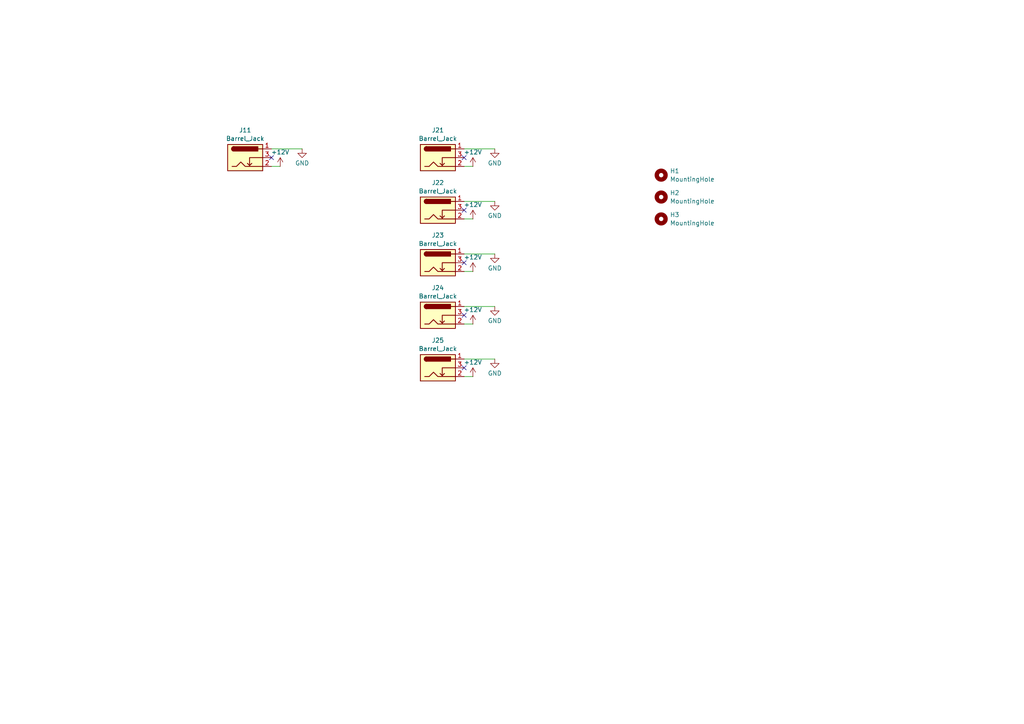
<source format=kicad_sch>
(kicad_sch (version 20231120) (generator "eeschema") (generator_version "8.0")
  (paper "A4")
  (lib_symbols
    (symbol "Connector:Barrel_Jack_Switch" (pin_names hide)
      (property "Reference" "J" (at 0 5.334 0))
      (property "Value" "Barrel_Jack_Switch" (at 0 -5.08 0))
      (symbol "Barrel_Jack_Switch_0_1"
        (rectangle (start -5.08 3.81) (end 5.08 -3.81) (stroke (width 0.254)) (fill (type background)))
        (arc (start -3.302 3.175) (mid -3.9343 2.54) (end -3.302 1.905) (stroke (width 0.254)))
        (arc (start -3.302 3.175) (mid -3.9343 2.54) (end -3.302 1.905) (stroke (width 0.254)) (fill (type outline)))
        (polyline (pts (xy 1.27 -2.286) (xy 1.905 -1.651)) (stroke (width 0.254)))
        (polyline (pts (xy 5.08 2.54) (xy 3.81 2.54)) (stroke (width 0.254)))
        (polyline (pts (xy 5.08 0) (xy 1.27 0) (xy 1.27 -2.286) (xy 0.635 -1.651)) (stroke (width 0.254)))
        (polyline (pts (xy -3.81 -2.54) (xy -2.54 -2.54) (xy -1.27 -1.27) (xy 0 -2.54) (xy 2.54 -2.54) (xy 5.08 -2.54)) (stroke (width 0.254)))
        (rectangle (start 3.683 3.175) (end -3.302 1.905) (stroke (width 0.254)) (fill (type outline)))
      )
      (symbol "Barrel_Jack_Switch_1_1"
        (pin passive line (at 7.62 2.54 180) (length 2.54) (name "~") (number "1"))
        (pin passive line (at 7.62 -2.54 180) (length 2.54) (name "~") (number "2"))
        (pin passive line (at 7.62 0 180) (length 2.54) (name "~") (number "3"))
      )
    )
    (symbol "Mechanical:MountingHole" (pin_names (offset 1.016)) (exclude_from_sim yes) (in_bom no)
      (property "Reference" "H" (at 0 5.08 0))
      (property "Value" "MountingHole" (at 0 3.175 0))
      (symbol "MountingHole_0_1"
        (circle (center 0 0) (radius 1.27) (stroke (width 1.27)))
      )
    )
    (symbol "power:+12V" (power) (pin_numbers hide) (pin_names (offset 0) hide)
      (property "Value" "+12V" (at 0 3.556 0))
      (symbol "+12V_0_1"
        (polyline (pts (xy -0.762 1.27) (xy 0 2.54)))
        (polyline (pts (xy 0 0) (xy 0 2.54)))
        (polyline (pts (xy 0 2.54) (xy 0.762 1.27)))
      )
      (symbol "+12V_1_1"
        (pin power_in line (at 0 0 90) (length 0) (name "~") (number "1"))
      )
    )
    (symbol "power:GND" (power) (pin_numbers hide) (pin_names (offset 0) hide)
      (property "Value" "GND" (at 0 -3.81 0))
      (symbol "GND_0_1"
        (polyline (pts (xy 0 0) (xy 0 -1.27) (xy 1.27 -1.27) (xy 0 -2.54) (xy -1.27 -1.27) (xy 0 -1.27)))
      )
      (symbol "GND_1_1"
        (pin power_in line (at 0 0 270) (length 0) (name "~") (number "1"))
      )
    )
  )
  (no_connect (at 134.62 76.2))
  (no_connect (at 134.62 106.68))
  (no_connect (at 134.62 60.96))
  (no_connect (at 134.62 45.72))
  (no_connect (at 78.74 45.72))
  (no_connect (at 134.62 91.44))
  (wire (pts (xy 143.51 104.14) (xy 134.62 104.14)))
  (wire (pts (xy 143.51 43.18) (xy 134.62 43.18)))
  (wire (pts (xy 137.16 109.22) (xy 134.62 109.22)))
  (wire (pts (xy 143.51 88.9) (xy 134.62 88.9)))
  (wire (pts (xy 87.63 43.18) (xy 78.74 43.18)))
  (wire (pts (xy 137.16 48.26) (xy 134.62 48.26)))
  (wire (pts (xy 143.51 73.66) (xy 134.62 73.66)))
  (wire (pts (xy 137.16 93.98) (xy 134.62 93.98)))
  (wire (pts (xy 81.28 48.26) (xy 78.74 48.26)))
  (wire (pts (xy 143.51 58.42) (xy 134.62 58.42)))
  (wire (pts (xy 137.16 63.5) (xy 134.62 63.5)))
  (wire (pts (xy 137.16 78.74) (xy 134.62 78.74)))
  (symbol (lib_id "Mechanical:MountingHole") (at 191.77 63.5 0) (unit 1) (exclude_from_sim yes) (in_bom no)
    (property "Reference" "H3" (at 194.31 62.2878 0) (effects (justify left)))
    (property "Value" "MountingHole" (at 194.31 64.7121 0) (effects (justify left)))
    (property "Footprint" "MountingHole:MountingHole_2.7mm_M2.5" (effects (hide yes)))
    (property "Description" "Mounting Hole without connection" (effects (hide yes)))
  )
  (symbol (lib_id "power:GND") (at 143.51 88.9 0) (unit 1)
    (property "Reference" "#PWR010" (effects (hide yes)))
    (property "Value" "GND" (at 143.51 93.0331 0))
    (property "Description" "Power symbol creates a global label with name \"GND\" , ground" (effects (hide yes)))
  )
  (symbol (lib_id "power:GND") (at 143.51 58.42 0) (unit 1)
    (property "Reference" "#PWR06" (effects (hide yes)))
    (property "Value" "GND" (at 143.51 62.5531 0))
    (property "Description" "Power symbol creates a global label with name \"GND\" , ground" (effects (hide yes)))
  )
  (symbol (lib_id "power:+12V") (at 137.16 63.5 0) (unit 1)
    (property "Reference" "#PWR05" (effects (hide yes)))
    (property "Value" "+12V" (at 137.16 59.3669 0))
    (property "Description" "Power symbol creates a global label with name \"+12V\"" (effects (hide yes)))
  )
  (symbol (lib_id "power:+12V") (at 137.16 93.98 0) (unit 1)
    (property "Reference" "#PWR09" (effects (hide yes)))
    (property "Value" "+12V" (at 137.16 89.8469 0))
    (property "Description" "Power symbol creates a global label with name \"+12V\"" (effects (hide yes)))
  )
  (symbol (lib_id "power:GND") (at 143.51 43.18 0) (unit 1)
    (property "Reference" "#PWR04" (effects (hide yes)))
    (property "Value" "GND" (at 143.51 47.3131 0))
    (property "Description" "Power symbol creates a global label with name \"GND\" , ground" (effects (hide yes)))
  )
  (symbol (lib_id "power:+12V") (at 137.16 78.74 0) (unit 1)
    (property "Reference" "#PWR07" (effects (hide yes)))
    (property "Value" "+12V" (at 137.16 74.6069 0))
    (property "Description" "Power symbol creates a global label with name \"+12V\"" (effects (hide yes)))
  )
  (symbol (lib_id "power:GND") (at 87.63 43.18 0) (unit 1)
    (property "Reference" "#PWR01" (effects (hide yes)))
    (property "Value" "GND" (at 87.63 47.3131 0))
    (property "Description" "Power symbol creates a global label with name \"GND\" , ground" (effects (hide yes)))
  )
  (symbol (lib_id "Mechanical:MountingHole") (at 191.77 50.8 0) (unit 1) (exclude_from_sim yes) (in_bom no)
    (property "Reference" "H1" (at 194.31 49.5878 0) (effects (justify left)))
    (property "Value" "MountingHole" (at 194.31 52.0121 0) (effects (justify left)))
    (property "Footprint" "MountingHole:MountingHole_2.7mm_M2.5" (effects (hide yes)))
    (property "Description" "Mounting Hole without connection" (effects (hide yes)))
  )
  (symbol (lib_id "Connector:Barrel_Jack_Switch") (at 127 45.72 0) (unit 1)
    (property "Reference" "J21" (at 127 37.7655 0))
    (property "Value" "Barrel_Jack" (at 127 40.1898 0))
    (property "Footprint" "Connector_BarrelJack:BarrelJack_Horizontal" (effects (hide yes)))
    (property "Description" "DC Barrel Jack with an internal switch" (effects (hide yes)))
  )
  (symbol (lib_id "power:+12V") (at 137.16 48.26 0) (unit 1)
    (property "Reference" "#PWR03" (effects (hide yes)))
    (property "Value" "+12V" (at 137.16 44.1269 0))
    (property "Description" "Power symbol creates a global label with name \"+12V\"" (effects (hide yes)))
  )
  (symbol (lib_id "Connector:Barrel_Jack_Switch") (at 127 60.96 0) (unit 1)
    (property "Reference" "J22" (at 127 53.0055 0))
    (property "Value" "Barrel_Jack" (at 127 55.4298 0))
    (property "Footprint" "Connector_BarrelJack:BarrelJack_Horizontal" (effects (hide yes)))
    (property "Description" "DC Barrel Jack with an internal switch" (effects (hide yes)))
  )
  (symbol (lib_id "Connector:Barrel_Jack_Switch") (at 127 91.44 0) (unit 1)
    (property "Reference" "J24" (at 127 83.4855 0))
    (property "Value" "Barrel_Jack" (at 127 85.9098 0))
    (property "Footprint" "Connector_BarrelJack:BarrelJack_Horizontal" (effects (hide yes)))
    (property "Description" "DC Barrel Jack with an internal switch" (effects (hide yes)))
  )
  (symbol (lib_id "Connector:Barrel_Jack_Switch") (at 127 106.68 0) (unit 1)
    (property "Reference" "J25" (at 127 98.7255 0))
    (property "Value" "Barrel_Jack" (at 127 101.1498 0))
    (property "Footprint" "Connector_BarrelJack:BarrelJack_Horizontal" (effects (hide yes)))
    (property "Description" "DC Barrel Jack with an internal switch" (effects (hide yes)))
  )
  (symbol (lib_id "power:+12V") (at 81.28 48.26 0) (unit 1)
    (property "Reference" "#PWR02" (effects (hide yes)))
    (property "Value" "+12V" (at 81.28 44.1269 0))
    (property "Description" "Power symbol creates a global label with name \"+12V\"" (effects (hide yes)))
  )
  (symbol (lib_id "Connector:Barrel_Jack_Switch") (at 127 76.2 0) (unit 1)
    (property "Reference" "J23" (at 127 68.2455 0))
    (property "Value" "Barrel_Jack" (at 127 70.6698 0))
    (property "Footprint" "Connector_BarrelJack:BarrelJack_Horizontal" (effects (hide yes)))
    (property "Description" "DC Barrel Jack with an internal switch" (effects (hide yes)))
  )
  (symbol (lib_id "power:GND") (at 143.51 104.14 0) (unit 1)
    (property "Reference" "#PWR012" (effects (hide yes)))
    (property "Value" "GND" (at 143.51 108.2731 0))
    (property "Description" "Power symbol creates a global label with name \"GND\" , ground" (effects (hide yes)))
  )
  (symbol (lib_id "Connector:Barrel_Jack_Switch") (at 71.12 45.72 0) (unit 1)
    (property "Reference" "J11" (at 71.12 37.7655 0))
    (property "Value" "Barrel_Jack" (at 71.12 40.1898 0))
    (property "Footprint" "Connector_BarrelJack:BarrelJack_Horizontal" (effects (hide yes)))
    (property "Description" "DC Barrel Jack with an internal switch" (effects (hide yes)))
  )
  (symbol (lib_id "Mechanical:MountingHole") (at 191.77 57.15 0) (unit 1) (exclude_from_sim yes) (in_bom no)
    (property "Reference" "H2" (at 194.31 55.9378 0) (effects (justify left)))
    (property "Value" "MountingHole" (at 194.31 58.3621 0) (effects (justify left)))
    (property "Footprint" "MountingHole:MountingHole_2.7mm_M2.5" (effects (hide yes)))
    (property "Description" "Mounting Hole without connection" (effects (hide yes)))
  )
  (symbol (lib_id "power:+12V") (at 137.16 109.22 0) (unit 1)
    (property "Reference" "#PWR011" (effects (hide yes)))
    (property "Value" "+12V" (at 137.16 105.0869 0))
    (property "Description" "Power symbol creates a global label with name \"+12V\"" (effects (hide yes)))
  )
  (symbol (lib_id "power:GND") (at 143.51 73.66 0) (unit 1)
    (property "Reference" "#PWR08" (effects (hide yes)))
    (property "Value" "GND" (at 143.51 77.7931 0))
    (property "Description" "Power symbol creates a global label with name \"GND\" , ground" (effects (hide yes)))
  )
)
</source>
